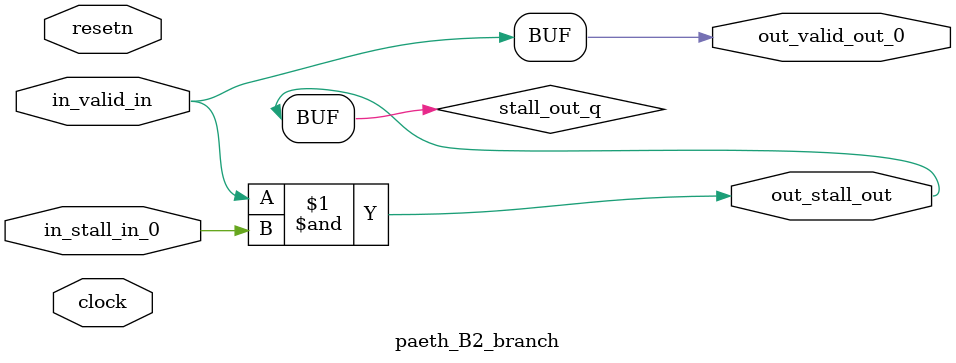
<source format=sv>



(* altera_attribute = "-name AUTO_SHIFT_REGISTER_RECOGNITION OFF; -name MESSAGE_DISABLE 10036; -name MESSAGE_DISABLE 10037; -name MESSAGE_DISABLE 14130; -name MESSAGE_DISABLE 14320; -name MESSAGE_DISABLE 15400; -name MESSAGE_DISABLE 14130; -name MESSAGE_DISABLE 10036; -name MESSAGE_DISABLE 12020; -name MESSAGE_DISABLE 12030; -name MESSAGE_DISABLE 12010; -name MESSAGE_DISABLE 12110; -name MESSAGE_DISABLE 14320; -name MESSAGE_DISABLE 13410; -name MESSAGE_DISABLE 113007; -name MESSAGE_DISABLE 10958" *)
module paeth_B2_branch (
    input wire [0:0] in_stall_in_0,
    input wire [0:0] in_valid_in,
    output wire [0:0] out_stall_out,
    output wire [0:0] out_valid_out_0,
    input wire clock,
    input wire resetn
    );

    wire [0:0] stall_out_q;


    // stall_out(LOGICAL,6)
    assign stall_out_q = in_valid_in & in_stall_in_0;

    // out_stall_out(GPOUT,4)
    assign out_stall_out = stall_out_q;

    // out_valid_out_0(GPOUT,5)
    assign out_valid_out_0 = in_valid_in;

endmodule

</source>
